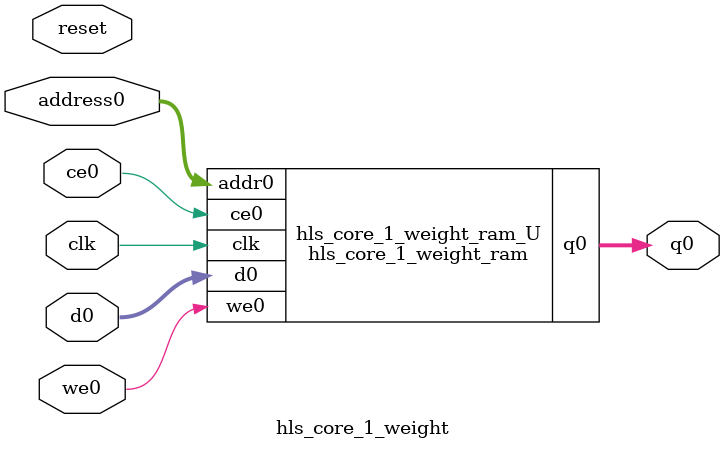
<source format=v>
`timescale 1 ns / 1 ps
module hls_core_1_weight_ram (addr0, ce0, d0, we0, q0,  clk);

parameter DWIDTH = 32;
parameter AWIDTH = 4;
parameter MEM_SIZE = 9;

input[AWIDTH-1:0] addr0;
input ce0;
input[DWIDTH-1:0] d0;
input we0;
output reg[DWIDTH-1:0] q0;
input clk;

(* ram_style = "distributed" *)reg [DWIDTH-1:0] ram[0:MEM_SIZE-1];




always @(posedge clk)  
begin 
    if (ce0) 
    begin
        if (we0) 
        begin 
            ram[addr0] <= d0; 
        end 
        q0 <= ram[addr0];
    end
end


endmodule

`timescale 1 ns / 1 ps
module hls_core_1_weight(
    reset,
    clk,
    address0,
    ce0,
    we0,
    d0,
    q0);

parameter DataWidth = 32'd32;
parameter AddressRange = 32'd9;
parameter AddressWidth = 32'd4;
input reset;
input clk;
input[AddressWidth - 1:0] address0;
input ce0;
input we0;
input[DataWidth - 1:0] d0;
output[DataWidth - 1:0] q0;



hls_core_1_weight_ram hls_core_1_weight_ram_U(
    .clk( clk ),
    .addr0( address0 ),
    .ce0( ce0 ),
    .we0( we0 ),
    .d0( d0 ),
    .q0( q0 ));

endmodule


</source>
